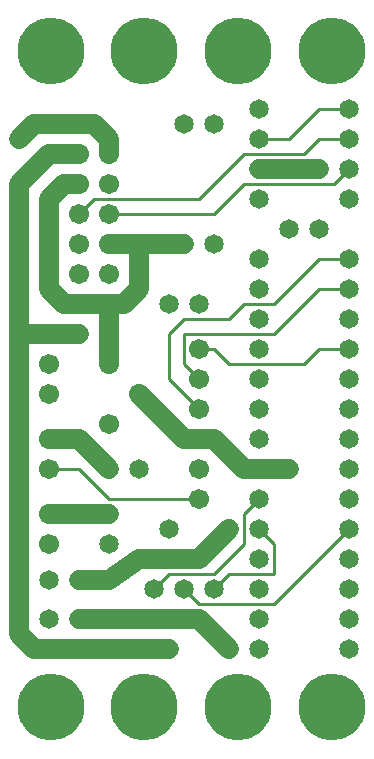
<source format=gbl>
%MOIN*%
%FSLAX25Y25*%
G04 D10 used for Character Trace; *
G04     Circle (OD=.01000) (No hole)*
G04 D11 used for Power Trace; *
G04     Circle (OD=.06500) (No hole)*
G04 D12 used for Signal Trace; *
G04     Circle (OD=.01100) (No hole)*
G04 D13 used for Via; *
G04     Circle (OD=.05800) (Round. Hole ID=.02800)*
G04 D14 used for Component hole; *
G04     Circle (OD=.06500) (Round. Hole ID=.03500)*
G04 D15 used for Component hole; *
G04     Circle (OD=.06700) (Round. Hole ID=.04300)*
G04 D16 used for Component hole; *
G04     Circle (OD=.08100) (Round. Hole ID=.05100)*
G04 D17 used for Component hole; *
G04     Circle (OD=.08900) (Round. Hole ID=.05900)*
G04 D18 used for Component hole; *
G04     Circle (OD=.11300) (Round. Hole ID=.08300)*
G04 D19 used for Component hole; *
G04     Circle (OD=.16000) (Round. Hole ID=.13000)*
G04 D20 used for Component hole; *
G04     Circle (OD=.18300) (Round. Hole ID=.15300)*
G04 D21 used for Component hole; *
G04     Circle (OD=.22291) (Round. Hole ID=.19291)*
%ADD10C,.01000*%
%ADD11C,.06500*%
%ADD12C,.01100*%
%ADD13C,.05800*%
%ADD14C,.06500*%
%ADD15C,.06700*%
%ADD16C,.08100*%
%ADD17C,.08900*%
%ADD18C,.11300*%
%ADD19C,.16000*%
%ADD20C,.18300*%
%ADD21C,.22291*%
%IPPOS*%
%LPD*%
G90*X0Y0D02*D21*X15625Y15625D03*D11*              
X10000Y35000D02*X55000D01*D14*D03*D11*X75000D02*  
X65000Y45000D01*D14*X75000Y35000D03*              
X85000Y45000D03*D11*X35000D02*X65000D01*D14*      
X35000D03*D11*X25000D01*D14*D03*X35000Y58000D03*  
D11*X25000D01*D14*D03*X15000Y45000D03*D11*        
X35000Y58000D02*X45000Y65000D01*X65000D01*        
X75000Y75000D01*D14*D03*D12*X70000Y60000D02*      
X80000Y70000D01*X55000Y60000D02*X70000D01*        
X50000Y55000D02*X55000Y60000D01*D14*              
X50000Y55000D03*X60000D03*D12*X65000Y50000D01*    
X90000D01*X115000Y75000D01*D14*D03*Y85000D03*     
Y65000D03*D13*X95000Y95000D03*D11*X85000D01*D14*  
D03*D11*X80000D01*X70000Y105000D01*X65000D01*D15* 
D03*D11*X60000D01*X45000Y120000D01*D15*D03*       
X35000Y130000D03*D11*Y150000D01*X20000D01*        
X15000Y155000D01*Y185000D01*X20000Y190000D01*     
X25000D01*D15*D03*D12*Y180000D02*X30000Y185000D01*
D15*X25000Y180000D03*D12*X30000Y185000D02*        
X65000D01*X80000Y200000D01*X100000D01*            
X105000Y205000D01*X115000D01*D14*D03*D12*         
X95000D02*X105000Y215000D01*X85000Y205000D02*     
X95000D01*D14*X85000D03*Y215000D03*Y195000D03*D11*
X105000D01*D13*D03*D12*X80000Y190000D02*          
X110000D01*X70000Y180000D02*X80000Y190000D01*     
X35000Y180000D02*X70000D01*D15*X35000D03*D11*     
X45000Y155000D02*Y170000D01*X40000Y150000D02*     
X45000Y155000D01*X35000Y150000D02*X40000D01*D15*  
X25000Y160000D03*D13*Y140000D03*D11*X5000D01*     
Y40000D01*X10000Y35000D01*D14*X15000Y58000D03*    
X35000Y70000D03*D21*X46875Y15625D03*D15*          
X15000Y70000D03*D14*X35000Y80000D03*D11*X15000D01*
D15*D03*D12*X35000Y85000D02*X25000Y95000D01*      
X35000Y85000D02*X65000D01*D15*D03*D14*            
X55000Y75000D03*D15*X65000Y95000D03*D12*          
X80000Y70000D02*Y80000D01*X85000Y85000D01*D14*D03*
Y75000D03*D12*X90000Y70000D01*Y60000D01*X75000D01*
X70000Y55000D01*D14*D03*X85000D03*Y65000D03*      
Y35000D03*D21*X109375Y15625D03*X78125D03*D14*     
X45000Y95000D03*X35000D03*D11*X25000Y105000D01*   
X15000D01*D15*D03*D12*Y95000D02*X25000D01*D15*    
X15000D03*X35000Y110000D03*X15000Y120000D03*      
Y130000D03*D12*X65000Y115000D02*X55000Y125000D01* 
D15*X65000Y115000D03*D12*X55000Y125000D02*        
Y140000D01*X60000Y145000D01*X75000D01*            
X80000Y150000D01*X90000D01*X105000Y165000D01*     
X115000D01*D14*D03*X105000Y175000D03*D12*         
X90000Y140000D02*X105000Y155000D01*               
X60000Y140000D02*X90000D01*X60000Y130000D02*      
Y140000D01*X65000Y125000D02*X60000Y130000D01*D15* 
X65000Y125000D03*D12*X75000Y130000D02*            
X70000Y135000D01*X75000Y130000D02*X100000D01*     
X105000Y135000D01*X115000D01*D14*D03*Y145000D03*  
Y125000D03*Y155000D03*D12*X105000D01*D14*         
X85000Y135000D03*Y165000D03*Y155000D03*           
X95000Y175000D03*X85000Y145000D03*Y125000D03*     
X115000Y185000D03*X85000D03*X70000Y170000D03*D12* 
X110000Y190000D02*X115000Y195000D01*D14*D03*      
Y215000D03*D12*X105000D01*D21*X109375Y234375D03*  
X78125D03*D14*X70000Y210000D03*X60000Y170000D03*  
D11*X45000D01*X35000D01*D15*D03*X25000D03*        
X35000Y160000D03*D14*X55000Y150000D03*D15*        
X35000Y190000D03*D11*X5000Y140000D02*Y190000D01*  
X15000Y200000D01*X25000D01*D15*D03*D11*           
X35000Y205000D02*X30000Y210000D01*                
X35000Y200000D02*Y205000D01*D15*Y200000D03*D11*   
X10000Y210000D02*X30000D01*X5000Y205000D02*       
X10000Y210000D01*D13*X5000Y205000D03*D21*         
X15625Y234375D03*X46875D03*D14*X60000Y210000D03*  
X65000Y150000D03*D15*Y135000D03*D12*X70000D01*D14*
X85000Y115000D03*Y105000D03*X115000Y95000D03*     
Y105000D03*Y115000D03*Y55000D03*Y45000D03*        
Y35000D03*M02*                                    

</source>
